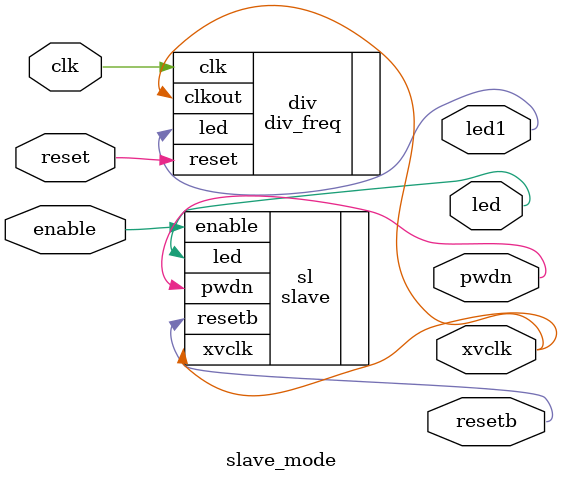
<source format=v>
module slave_mode (clk,reset,led1,xvclk,pwdn,resetb,led,enable);

output xvclk;
output pwdn;
output resetb;
output led;
input enable;
input clk;
input reset;
output led1;




div_freq div(.clk(clk),.clkout(xvclk),.reset(reset),.led(led1));
slave sl(.xvclk(xvclk),.pwdn(pwdn),.resetb(resetb),.led(led),.enable(enable));
endmodule

</source>
